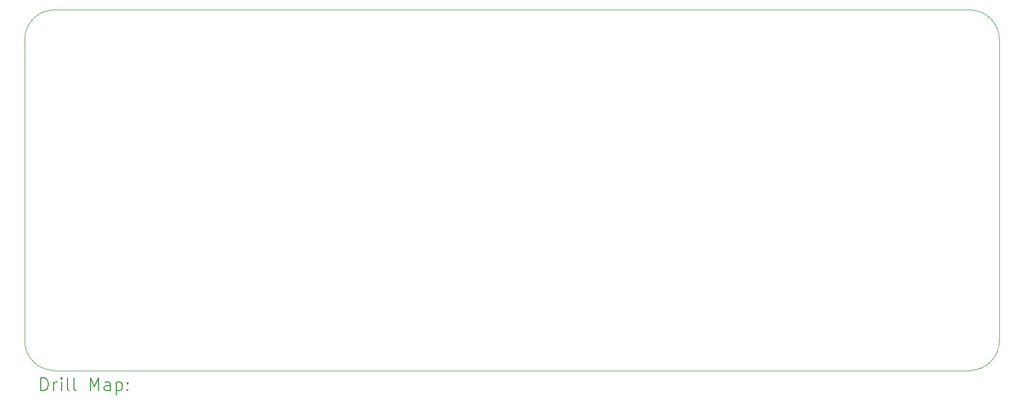
<source format=gbr>
%TF.GenerationSoftware,KiCad,Pcbnew,8.0.5*%
%TF.CreationDate,2024-10-12T21:51:39-07:00*%
%TF.ProjectId,STM32_Nixie,53544d33-325f-44e6-9978-69652e6b6963,rev?*%
%TF.SameCoordinates,Original*%
%TF.FileFunction,Drillmap*%
%TF.FilePolarity,Positive*%
%FSLAX45Y45*%
G04 Gerber Fmt 4.5, Leading zero omitted, Abs format (unit mm)*
G04 Created by KiCad (PCBNEW 8.0.5) date 2024-10-12 21:51:39*
%MOMM*%
%LPD*%
G01*
G04 APERTURE LIST*
%ADD10C,0.100000*%
%ADD11C,0.200000*%
G04 APERTURE END LIST*
D10*
X7970000Y-6150000D02*
X22430000Y-6150000D01*
X7500000Y-6620000D02*
G75*
G02*
X7970000Y-6150000I470000J0D01*
G01*
X22900000Y-6620000D02*
X22900000Y-11380000D01*
X7970000Y-11850000D02*
G75*
G02*
X7500000Y-11380000I0J470000D01*
G01*
X7500000Y-11380000D02*
X7500000Y-6620000D01*
X22900000Y-11380000D02*
G75*
G02*
X22430000Y-11850000I-470000J0D01*
G01*
X22430000Y-6150000D02*
G75*
G02*
X22900000Y-6620000I0J-470000D01*
G01*
X22430000Y-11850000D02*
X7970000Y-11850000D01*
D11*
X7755777Y-12166484D02*
X7755777Y-11966484D01*
X7755777Y-11966484D02*
X7803396Y-11966484D01*
X7803396Y-11966484D02*
X7831967Y-11976008D01*
X7831967Y-11976008D02*
X7851015Y-11995055D01*
X7851015Y-11995055D02*
X7860539Y-12014103D01*
X7860539Y-12014103D02*
X7870062Y-12052198D01*
X7870062Y-12052198D02*
X7870062Y-12080769D01*
X7870062Y-12080769D02*
X7860539Y-12118865D01*
X7860539Y-12118865D02*
X7851015Y-12137912D01*
X7851015Y-12137912D02*
X7831967Y-12156960D01*
X7831967Y-12156960D02*
X7803396Y-12166484D01*
X7803396Y-12166484D02*
X7755777Y-12166484D01*
X7955777Y-12166484D02*
X7955777Y-12033150D01*
X7955777Y-12071246D02*
X7965301Y-12052198D01*
X7965301Y-12052198D02*
X7974824Y-12042674D01*
X7974824Y-12042674D02*
X7993872Y-12033150D01*
X7993872Y-12033150D02*
X8012920Y-12033150D01*
X8079586Y-12166484D02*
X8079586Y-12033150D01*
X8079586Y-11966484D02*
X8070062Y-11976008D01*
X8070062Y-11976008D02*
X8079586Y-11985531D01*
X8079586Y-11985531D02*
X8089110Y-11976008D01*
X8089110Y-11976008D02*
X8079586Y-11966484D01*
X8079586Y-11966484D02*
X8079586Y-11985531D01*
X8203396Y-12166484D02*
X8184348Y-12156960D01*
X8184348Y-12156960D02*
X8174824Y-12137912D01*
X8174824Y-12137912D02*
X8174824Y-11966484D01*
X8308158Y-12166484D02*
X8289110Y-12156960D01*
X8289110Y-12156960D02*
X8279586Y-12137912D01*
X8279586Y-12137912D02*
X8279586Y-11966484D01*
X8536729Y-12166484D02*
X8536729Y-11966484D01*
X8536729Y-11966484D02*
X8603396Y-12109341D01*
X8603396Y-12109341D02*
X8670063Y-11966484D01*
X8670063Y-11966484D02*
X8670063Y-12166484D01*
X8851015Y-12166484D02*
X8851015Y-12061722D01*
X8851015Y-12061722D02*
X8841491Y-12042674D01*
X8841491Y-12042674D02*
X8822444Y-12033150D01*
X8822444Y-12033150D02*
X8784348Y-12033150D01*
X8784348Y-12033150D02*
X8765301Y-12042674D01*
X8851015Y-12156960D02*
X8831967Y-12166484D01*
X8831967Y-12166484D02*
X8784348Y-12166484D01*
X8784348Y-12166484D02*
X8765301Y-12156960D01*
X8765301Y-12156960D02*
X8755777Y-12137912D01*
X8755777Y-12137912D02*
X8755777Y-12118865D01*
X8755777Y-12118865D02*
X8765301Y-12099817D01*
X8765301Y-12099817D02*
X8784348Y-12090293D01*
X8784348Y-12090293D02*
X8831967Y-12090293D01*
X8831967Y-12090293D02*
X8851015Y-12080769D01*
X8946253Y-12033150D02*
X8946253Y-12233150D01*
X8946253Y-12042674D02*
X8965301Y-12033150D01*
X8965301Y-12033150D02*
X9003396Y-12033150D01*
X9003396Y-12033150D02*
X9022444Y-12042674D01*
X9022444Y-12042674D02*
X9031967Y-12052198D01*
X9031967Y-12052198D02*
X9041491Y-12071246D01*
X9041491Y-12071246D02*
X9041491Y-12128388D01*
X9041491Y-12128388D02*
X9031967Y-12147436D01*
X9031967Y-12147436D02*
X9022444Y-12156960D01*
X9022444Y-12156960D02*
X9003396Y-12166484D01*
X9003396Y-12166484D02*
X8965301Y-12166484D01*
X8965301Y-12166484D02*
X8946253Y-12156960D01*
X9127205Y-12147436D02*
X9136729Y-12156960D01*
X9136729Y-12156960D02*
X9127205Y-12166484D01*
X9127205Y-12166484D02*
X9117682Y-12156960D01*
X9117682Y-12156960D02*
X9127205Y-12147436D01*
X9127205Y-12147436D02*
X9127205Y-12166484D01*
X9127205Y-12042674D02*
X9136729Y-12052198D01*
X9136729Y-12052198D02*
X9127205Y-12061722D01*
X9127205Y-12061722D02*
X9117682Y-12052198D01*
X9117682Y-12052198D02*
X9127205Y-12042674D01*
X9127205Y-12042674D02*
X9127205Y-12061722D01*
M02*

</source>
